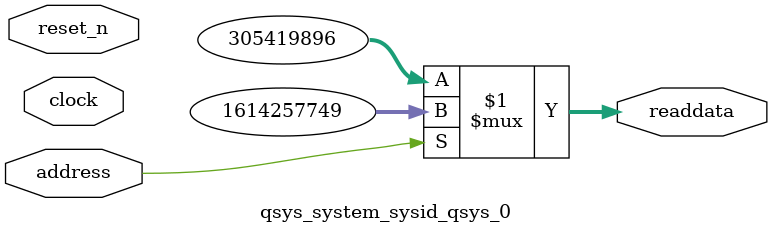
<source format=v>



// synthesis translate_off
`timescale 1ns / 1ps
// synthesis translate_on

// turn off superfluous verilog processor warnings 
// altera message_level Level1 
// altera message_off 10034 10035 10036 10037 10230 10240 10030 

module qsys_system_sysid_qsys_0 (
               // inputs:
                address,
                clock,
                reset_n,

               // outputs:
                readdata
             )
;

  output  [ 31: 0] readdata;
  input            address;
  input            clock;
  input            reset_n;

  wire    [ 31: 0] readdata;
  //control_slave, which is an e_avalon_slave
  assign readdata = address ? 1614257749 : 305419896;

endmodule



</source>
